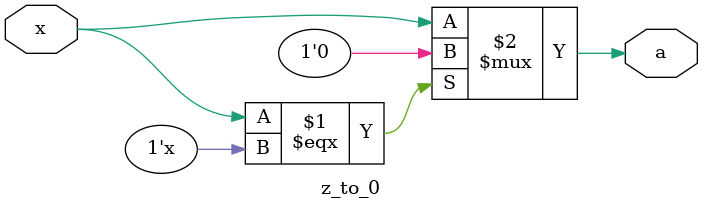
<source format=v>
`timescale 1ns / 1ps


module z_to_0(
input x,
output a
    );
    assign a = (x===1'bx)?1'b0:x;
endmodule

</source>
